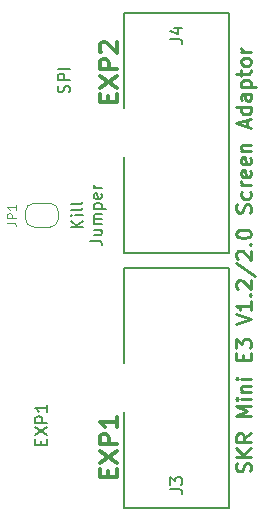
<source format=gbr>
G04 #@! TF.GenerationSoftware,KiCad,Pcbnew,(6.0.0)*
G04 #@! TF.CreationDate,2022-01-07T01:27:54-05:00*
G04 #@! TF.ProjectId,SKR-Mini_Screen,534b522d-4d69-46e6-995f-53637265656e,rev?*
G04 #@! TF.SameCoordinates,Original*
G04 #@! TF.FileFunction,Legend,Top*
G04 #@! TF.FilePolarity,Positive*
%FSLAX46Y46*%
G04 Gerber Fmt 4.6, Leading zero omitted, Abs format (unit mm)*
G04 Created by KiCad (PCBNEW (6.0.0)) date 2022-01-07 01:27:54*
%MOMM*%
%LPD*%
G01*
G04 APERTURE LIST*
%ADD10C,0.250000*%
%ADD11C,0.150000*%
%ADD12C,0.300000*%
%ADD13C,0.200000*%
%ADD14C,0.120000*%
G04 APERTURE END LIST*
D10*
X144650952Y-124566904D02*
X144710476Y-124388333D01*
X144710476Y-124090714D01*
X144650952Y-123971666D01*
X144591428Y-123912142D01*
X144472380Y-123852619D01*
X144353333Y-123852619D01*
X144234285Y-123912142D01*
X144174761Y-123971666D01*
X144115238Y-124090714D01*
X144055714Y-124328809D01*
X143996190Y-124447857D01*
X143936666Y-124507380D01*
X143817619Y-124566904D01*
X143698571Y-124566904D01*
X143579523Y-124507380D01*
X143520000Y-124447857D01*
X143460476Y-124328809D01*
X143460476Y-124031190D01*
X143520000Y-123852619D01*
X144710476Y-123316904D02*
X143460476Y-123316904D01*
X144710476Y-122602619D02*
X143996190Y-123138333D01*
X143460476Y-122602619D02*
X144174761Y-123316904D01*
X144710476Y-121352619D02*
X144115238Y-121769285D01*
X144710476Y-122066904D02*
X143460476Y-122066904D01*
X143460476Y-121590714D01*
X143520000Y-121471666D01*
X143579523Y-121412142D01*
X143698571Y-121352619D01*
X143877142Y-121352619D01*
X143996190Y-121412142D01*
X144055714Y-121471666D01*
X144115238Y-121590714D01*
X144115238Y-122066904D01*
X144710476Y-119864523D02*
X143460476Y-119864523D01*
X144353333Y-119447857D01*
X143460476Y-119031190D01*
X144710476Y-119031190D01*
X144710476Y-118435952D02*
X143877142Y-118435952D01*
X143460476Y-118435952D02*
X143520000Y-118495476D01*
X143579523Y-118435952D01*
X143520000Y-118376428D01*
X143460476Y-118435952D01*
X143579523Y-118435952D01*
X143877142Y-117840714D02*
X144710476Y-117840714D01*
X143996190Y-117840714D02*
X143936666Y-117781190D01*
X143877142Y-117662142D01*
X143877142Y-117483571D01*
X143936666Y-117364523D01*
X144055714Y-117305000D01*
X144710476Y-117305000D01*
X144710476Y-116709761D02*
X143877142Y-116709761D01*
X143460476Y-116709761D02*
X143520000Y-116769285D01*
X143579523Y-116709761D01*
X143520000Y-116650238D01*
X143460476Y-116709761D01*
X143579523Y-116709761D01*
X144055714Y-115162142D02*
X144055714Y-114745476D01*
X144710476Y-114566904D02*
X144710476Y-115162142D01*
X143460476Y-115162142D01*
X143460476Y-114566904D01*
X143460476Y-114150238D02*
X143460476Y-113376428D01*
X143936666Y-113793095D01*
X143936666Y-113614523D01*
X143996190Y-113495476D01*
X144055714Y-113435952D01*
X144174761Y-113376428D01*
X144472380Y-113376428D01*
X144591428Y-113435952D01*
X144650952Y-113495476D01*
X144710476Y-113614523D01*
X144710476Y-113971666D01*
X144650952Y-114090714D01*
X144591428Y-114150238D01*
X143460476Y-112066904D02*
X144710476Y-111650238D01*
X143460476Y-111233571D01*
X144710476Y-110162142D02*
X144710476Y-110876428D01*
X144710476Y-110519285D02*
X143460476Y-110519285D01*
X143639047Y-110638333D01*
X143758095Y-110757380D01*
X143817619Y-110876428D01*
X144591428Y-109626428D02*
X144650952Y-109566904D01*
X144710476Y-109626428D01*
X144650952Y-109685952D01*
X144591428Y-109626428D01*
X144710476Y-109626428D01*
X143579523Y-109090714D02*
X143520000Y-109031190D01*
X143460476Y-108912142D01*
X143460476Y-108614523D01*
X143520000Y-108495476D01*
X143579523Y-108435952D01*
X143698571Y-108376428D01*
X143817619Y-108376428D01*
X143996190Y-108435952D01*
X144710476Y-109150238D01*
X144710476Y-108376428D01*
X143400952Y-106947857D02*
X145008095Y-108019285D01*
X143579523Y-106590714D02*
X143520000Y-106531190D01*
X143460476Y-106412142D01*
X143460476Y-106114523D01*
X143520000Y-105995476D01*
X143579523Y-105935952D01*
X143698571Y-105876428D01*
X143817619Y-105876428D01*
X143996190Y-105935952D01*
X144710476Y-106650238D01*
X144710476Y-105876428D01*
X144591428Y-105340714D02*
X144650952Y-105281190D01*
X144710476Y-105340714D01*
X144650952Y-105400238D01*
X144591428Y-105340714D01*
X144710476Y-105340714D01*
X143460476Y-104507380D02*
X143460476Y-104388333D01*
X143520000Y-104269285D01*
X143579523Y-104209761D01*
X143698571Y-104150238D01*
X143936666Y-104090714D01*
X144234285Y-104090714D01*
X144472380Y-104150238D01*
X144591428Y-104209761D01*
X144650952Y-104269285D01*
X144710476Y-104388333D01*
X144710476Y-104507380D01*
X144650952Y-104626428D01*
X144591428Y-104685952D01*
X144472380Y-104745476D01*
X144234285Y-104805000D01*
X143936666Y-104805000D01*
X143698571Y-104745476D01*
X143579523Y-104685952D01*
X143520000Y-104626428D01*
X143460476Y-104507380D01*
X144650952Y-102662142D02*
X144710476Y-102483571D01*
X144710476Y-102185952D01*
X144650952Y-102066904D01*
X144591428Y-102007380D01*
X144472380Y-101947857D01*
X144353333Y-101947857D01*
X144234285Y-102007380D01*
X144174761Y-102066904D01*
X144115238Y-102185952D01*
X144055714Y-102424047D01*
X143996190Y-102543095D01*
X143936666Y-102602619D01*
X143817619Y-102662142D01*
X143698571Y-102662142D01*
X143579523Y-102602619D01*
X143520000Y-102543095D01*
X143460476Y-102424047D01*
X143460476Y-102126428D01*
X143520000Y-101947857D01*
X144650952Y-100876428D02*
X144710476Y-100995476D01*
X144710476Y-101233571D01*
X144650952Y-101352619D01*
X144591428Y-101412142D01*
X144472380Y-101471666D01*
X144115238Y-101471666D01*
X143996190Y-101412142D01*
X143936666Y-101352619D01*
X143877142Y-101233571D01*
X143877142Y-100995476D01*
X143936666Y-100876428D01*
X144710476Y-100340714D02*
X143877142Y-100340714D01*
X144115238Y-100340714D02*
X143996190Y-100281190D01*
X143936666Y-100221666D01*
X143877142Y-100102619D01*
X143877142Y-99983571D01*
X144650952Y-99090714D02*
X144710476Y-99209761D01*
X144710476Y-99447857D01*
X144650952Y-99566904D01*
X144531904Y-99626428D01*
X144055714Y-99626428D01*
X143936666Y-99566904D01*
X143877142Y-99447857D01*
X143877142Y-99209761D01*
X143936666Y-99090714D01*
X144055714Y-99031190D01*
X144174761Y-99031190D01*
X144293809Y-99626428D01*
X144650952Y-98019285D02*
X144710476Y-98138333D01*
X144710476Y-98376428D01*
X144650952Y-98495476D01*
X144531904Y-98555000D01*
X144055714Y-98555000D01*
X143936666Y-98495476D01*
X143877142Y-98376428D01*
X143877142Y-98138333D01*
X143936666Y-98019285D01*
X144055714Y-97959761D01*
X144174761Y-97959761D01*
X144293809Y-98555000D01*
X143877142Y-97424047D02*
X144710476Y-97424047D01*
X143996190Y-97424047D02*
X143936666Y-97364523D01*
X143877142Y-97245476D01*
X143877142Y-97066904D01*
X143936666Y-96947857D01*
X144055714Y-96888333D01*
X144710476Y-96888333D01*
X144353333Y-95400238D02*
X144353333Y-94805000D01*
X144710476Y-95519285D02*
X143460476Y-95102619D01*
X144710476Y-94685952D01*
X144710476Y-93733571D02*
X143460476Y-93733571D01*
X144650952Y-93733571D02*
X144710476Y-93852619D01*
X144710476Y-94090714D01*
X144650952Y-94209761D01*
X144591428Y-94269285D01*
X144472380Y-94328809D01*
X144115238Y-94328809D01*
X143996190Y-94269285D01*
X143936666Y-94209761D01*
X143877142Y-94090714D01*
X143877142Y-93852619D01*
X143936666Y-93733571D01*
X144710476Y-92602619D02*
X144055714Y-92602619D01*
X143936666Y-92662142D01*
X143877142Y-92781190D01*
X143877142Y-93019285D01*
X143936666Y-93138333D01*
X144650952Y-92602619D02*
X144710476Y-92721666D01*
X144710476Y-93019285D01*
X144650952Y-93138333D01*
X144531904Y-93197857D01*
X144412857Y-93197857D01*
X144293809Y-93138333D01*
X144234285Y-93019285D01*
X144234285Y-92721666D01*
X144174761Y-92602619D01*
X143877142Y-92007380D02*
X145127142Y-92007380D01*
X143936666Y-92007380D02*
X143877142Y-91888333D01*
X143877142Y-91650238D01*
X143936666Y-91531190D01*
X143996190Y-91471666D01*
X144115238Y-91412142D01*
X144472380Y-91412142D01*
X144591428Y-91471666D01*
X144650952Y-91531190D01*
X144710476Y-91650238D01*
X144710476Y-91888333D01*
X144650952Y-92007380D01*
X143877142Y-91055000D02*
X143877142Y-90578809D01*
X143460476Y-90876428D02*
X144531904Y-90876428D01*
X144650952Y-90816904D01*
X144710476Y-90697857D01*
X144710476Y-90578809D01*
X144710476Y-89983571D02*
X144650952Y-90102619D01*
X144591428Y-90162142D01*
X144472380Y-90221666D01*
X144115238Y-90221666D01*
X143996190Y-90162142D01*
X143936666Y-90102619D01*
X143877142Y-89983571D01*
X143877142Y-89805000D01*
X143936666Y-89685952D01*
X143996190Y-89626428D01*
X144115238Y-89566904D01*
X144472380Y-89566904D01*
X144591428Y-89626428D01*
X144650952Y-89685952D01*
X144710476Y-89805000D01*
X144710476Y-89983571D01*
X144710476Y-89031190D02*
X143877142Y-89031190D01*
X144115238Y-89031190D02*
X143996190Y-88971666D01*
X143936666Y-88912142D01*
X143877142Y-88793095D01*
X143877142Y-88674047D01*
D11*
X126928571Y-122316666D02*
X126928571Y-121983333D01*
X127452380Y-121840476D02*
X127452380Y-122316666D01*
X126452380Y-122316666D01*
X126452380Y-121840476D01*
X126452380Y-121507142D02*
X127452380Y-120840476D01*
X126452380Y-120840476D02*
X127452380Y-121507142D01*
X127452380Y-120459523D02*
X126452380Y-120459523D01*
X126452380Y-120078571D01*
X126500000Y-119983333D01*
X126547619Y-119935714D01*
X126642857Y-119888095D01*
X126785714Y-119888095D01*
X126880952Y-119935714D01*
X126928571Y-119983333D01*
X126976190Y-120078571D01*
X126976190Y-120459523D01*
X127452380Y-118935714D02*
X127452380Y-119507142D01*
X127452380Y-119221428D02*
X126452380Y-119221428D01*
X126595238Y-119316666D01*
X126690476Y-119411904D01*
X126738095Y-119507142D01*
X129309761Y-92463809D02*
X129357380Y-92320952D01*
X129357380Y-92082857D01*
X129309761Y-91987619D01*
X129262142Y-91940000D01*
X129166904Y-91892380D01*
X129071666Y-91892380D01*
X128976428Y-91940000D01*
X128928809Y-91987619D01*
X128881190Y-92082857D01*
X128833571Y-92273333D01*
X128785952Y-92368571D01*
X128738333Y-92416190D01*
X128643095Y-92463809D01*
X128547857Y-92463809D01*
X128452619Y-92416190D01*
X128405000Y-92368571D01*
X128357380Y-92273333D01*
X128357380Y-92035238D01*
X128405000Y-91892380D01*
X129357380Y-91463809D02*
X128357380Y-91463809D01*
X128357380Y-91082857D01*
X128405000Y-90987619D01*
X128452619Y-90940000D01*
X128547857Y-90892380D01*
X128690714Y-90892380D01*
X128785952Y-90940000D01*
X128833571Y-90987619D01*
X128881190Y-91082857D01*
X128881190Y-91463809D01*
X129357380Y-90463809D02*
X128357380Y-90463809D01*
D12*
X132607857Y-93305000D02*
X132607857Y-92805000D01*
X133393571Y-92590714D02*
X133393571Y-93305000D01*
X131893571Y-93305000D01*
X131893571Y-92590714D01*
X131893571Y-92090714D02*
X133393571Y-91090714D01*
X131893571Y-91090714D02*
X133393571Y-92090714D01*
X133393571Y-90519285D02*
X131893571Y-90519285D01*
X131893571Y-89947857D01*
X131965000Y-89805000D01*
X132036428Y-89733571D01*
X132179285Y-89662142D01*
X132393571Y-89662142D01*
X132536428Y-89733571D01*
X132607857Y-89805000D01*
X132679285Y-89947857D01*
X132679285Y-90519285D01*
X132036428Y-89090714D02*
X131965000Y-89019285D01*
X131893571Y-88876428D01*
X131893571Y-88519285D01*
X131965000Y-88376428D01*
X132036428Y-88305000D01*
X132179285Y-88233571D01*
X132322142Y-88233571D01*
X132536428Y-88305000D01*
X133393571Y-89162142D01*
X133393571Y-88233571D01*
X132607857Y-125055000D02*
X132607857Y-124555000D01*
X133393571Y-124340714D02*
X133393571Y-125055000D01*
X131893571Y-125055000D01*
X131893571Y-124340714D01*
X131893571Y-123840714D02*
X133393571Y-122840714D01*
X131893571Y-122840714D02*
X133393571Y-123840714D01*
X133393571Y-122269285D02*
X131893571Y-122269285D01*
X131893571Y-121697857D01*
X131965000Y-121555000D01*
X132036428Y-121483571D01*
X132179285Y-121412142D01*
X132393571Y-121412142D01*
X132536428Y-121483571D01*
X132607857Y-121555000D01*
X132679285Y-121697857D01*
X132679285Y-122269285D01*
X133393571Y-119983571D02*
X133393571Y-120840714D01*
X133393571Y-120412142D02*
X131893571Y-120412142D01*
X132107857Y-120555000D01*
X132250714Y-120697857D01*
X132322142Y-120840714D01*
D13*
X130457380Y-103893809D02*
X129457380Y-103893809D01*
X130457380Y-103322380D02*
X129885952Y-103750952D01*
X129457380Y-103322380D02*
X130028809Y-103893809D01*
X130457380Y-102893809D02*
X129790714Y-102893809D01*
X129457380Y-102893809D02*
X129505000Y-102941428D01*
X129552619Y-102893809D01*
X129505000Y-102846190D01*
X129457380Y-102893809D01*
X129552619Y-102893809D01*
X130457380Y-102274761D02*
X130409761Y-102370000D01*
X130314523Y-102417619D01*
X129457380Y-102417619D01*
X130457380Y-101750952D02*
X130409761Y-101846190D01*
X130314523Y-101893809D01*
X129457380Y-101893809D01*
X131067380Y-105036666D02*
X131781666Y-105036666D01*
X131924523Y-105084285D01*
X132019761Y-105179523D01*
X132067380Y-105322380D01*
X132067380Y-105417619D01*
X131400714Y-104131904D02*
X132067380Y-104131904D01*
X131400714Y-104560476D02*
X131924523Y-104560476D01*
X132019761Y-104512857D01*
X132067380Y-104417619D01*
X132067380Y-104274761D01*
X132019761Y-104179523D01*
X131972142Y-104131904D01*
X132067380Y-103655714D02*
X131400714Y-103655714D01*
X131495952Y-103655714D02*
X131448333Y-103608095D01*
X131400714Y-103512857D01*
X131400714Y-103370000D01*
X131448333Y-103274761D01*
X131543571Y-103227142D01*
X132067380Y-103227142D01*
X131543571Y-103227142D02*
X131448333Y-103179523D01*
X131400714Y-103084285D01*
X131400714Y-102941428D01*
X131448333Y-102846190D01*
X131543571Y-102798571D01*
X132067380Y-102798571D01*
X131400714Y-102322380D02*
X132400714Y-102322380D01*
X131448333Y-102322380D02*
X131400714Y-102227142D01*
X131400714Y-102036666D01*
X131448333Y-101941428D01*
X131495952Y-101893809D01*
X131591190Y-101846190D01*
X131876904Y-101846190D01*
X131972142Y-101893809D01*
X132019761Y-101941428D01*
X132067380Y-102036666D01*
X132067380Y-102227142D01*
X132019761Y-102322380D01*
X132019761Y-101036666D02*
X132067380Y-101131904D01*
X132067380Y-101322380D01*
X132019761Y-101417619D01*
X131924523Y-101465238D01*
X131543571Y-101465238D01*
X131448333Y-101417619D01*
X131400714Y-101322380D01*
X131400714Y-101131904D01*
X131448333Y-101036666D01*
X131543571Y-100989047D01*
X131638809Y-100989047D01*
X131734047Y-101465238D01*
X132067380Y-100560476D02*
X131400714Y-100560476D01*
X131591190Y-100560476D02*
X131495952Y-100512857D01*
X131448333Y-100465238D01*
X131400714Y-100370000D01*
X131400714Y-100274761D01*
D11*
X137882380Y-87963333D02*
X138596666Y-87963333D01*
X138739523Y-88010952D01*
X138834761Y-88106190D01*
X138882380Y-88249047D01*
X138882380Y-88344285D01*
X138215714Y-87058571D02*
X138882380Y-87058571D01*
X137834761Y-87296666D02*
X138549047Y-87534761D01*
X138549047Y-86915714D01*
X137882380Y-126063333D02*
X138596666Y-126063333D01*
X138739523Y-126110952D01*
X138834761Y-126206190D01*
X138882380Y-126349047D01*
X138882380Y-126444285D01*
X137882380Y-125682380D02*
X137882380Y-125063333D01*
X138263333Y-125396666D01*
X138263333Y-125253809D01*
X138310952Y-125158571D01*
X138358571Y-125110952D01*
X138453809Y-125063333D01*
X138691904Y-125063333D01*
X138787142Y-125110952D01*
X138834761Y-125158571D01*
X138882380Y-125253809D01*
X138882380Y-125539523D01*
X138834761Y-125634761D01*
X138787142Y-125682380D01*
D14*
X124049285Y-103495000D02*
X124585000Y-103495000D01*
X124692142Y-103530714D01*
X124763571Y-103602142D01*
X124799285Y-103709285D01*
X124799285Y-103780714D01*
X124799285Y-103137857D02*
X124049285Y-103137857D01*
X124049285Y-102852142D01*
X124085000Y-102780714D01*
X124120714Y-102745000D01*
X124192142Y-102709285D01*
X124299285Y-102709285D01*
X124370714Y-102745000D01*
X124406428Y-102780714D01*
X124442142Y-102852142D01*
X124442142Y-103137857D01*
X124799285Y-101995000D02*
X124799285Y-102423571D01*
X124799285Y-102209285D02*
X124049285Y-102209285D01*
X124156428Y-102280714D01*
X124227857Y-102352142D01*
X124263571Y-102423571D01*
D11*
X133985000Y-106045000D02*
X133985000Y-97940000D01*
X142875000Y-106045000D02*
X133985000Y-106045000D01*
X142875000Y-95885000D02*
X142875000Y-106045000D01*
X142875000Y-95885000D02*
X142875000Y-85725000D01*
X133985000Y-93830000D02*
X133985000Y-85725000D01*
X133985000Y-85725000D02*
X142875000Y-85725000D01*
X133985000Y-127635000D02*
X133985000Y-119530000D01*
X142875000Y-127635000D02*
X133985000Y-127635000D01*
X142875000Y-117475000D02*
X142875000Y-127635000D01*
X142875000Y-117475000D02*
X142875000Y-107315000D01*
X133985000Y-115420000D02*
X133985000Y-107315000D01*
X133985000Y-107315000D02*
X142875000Y-107315000D01*
D14*
X126300000Y-101870000D02*
X127700000Y-101870000D01*
X128400000Y-102570000D02*
X128400000Y-103170000D01*
X127700000Y-103870000D02*
X126300000Y-103870000D01*
X125600000Y-103170000D02*
X125600000Y-102570000D01*
X126300000Y-101870000D02*
G75*
G03*
X125600000Y-102570000I0J-700000D01*
G01*
X125600000Y-103170000D02*
G75*
G03*
X126300000Y-103870000I700000J0D01*
G01*
X127700000Y-103870000D02*
G75*
G03*
X128400000Y-103170000I0J700000D01*
G01*
X128400000Y-102570000D02*
G75*
G03*
X127700000Y-101870000I-700000J0D01*
G01*
M02*

</source>
